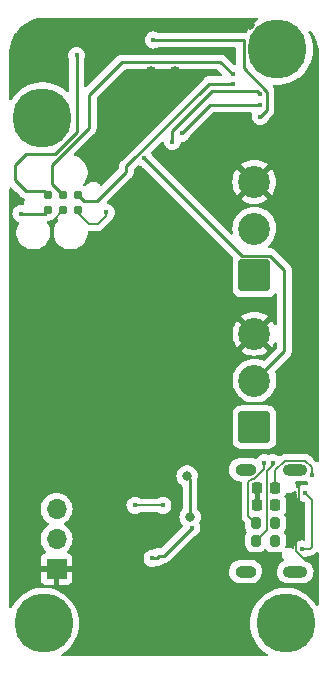
<source format=gbl>
G04 #@! TF.GenerationSoftware,KiCad,Pcbnew,7.0.9+1*
G04 #@! TF.CreationDate,2024-01-15T22:22:16-05:00*
G04 #@! TF.ProjectId,2812-32-mini,32383132-2d33-4322-9d6d-696e692e6b69,rev?*
G04 #@! TF.SameCoordinates,Original*
G04 #@! TF.FileFunction,Copper,L2,Bot*
G04 #@! TF.FilePolarity,Positive*
%FSLAX46Y46*%
G04 Gerber Fmt 4.6, Leading zero omitted, Abs format (unit mm)*
G04 Created by KiCad (PCBNEW 7.0.9+1) date 2024-01-15 22:22:16*
%MOMM*%
%LPD*%
G01*
G04 APERTURE LIST*
G04 Aperture macros list*
%AMRoundRect*
0 Rectangle with rounded corners*
0 $1 Rounding radius*
0 $2 $3 $4 $5 $6 $7 $8 $9 X,Y pos of 4 corners*
0 Add a 4 corners polygon primitive as box body*
4,1,4,$2,$3,$4,$5,$6,$7,$8,$9,$2,$3,0*
0 Add four circle primitives for the rounded corners*
1,1,$1+$1,$2,$3*
1,1,$1+$1,$4,$5*
1,1,$1+$1,$6,$7*
1,1,$1+$1,$8,$9*
0 Add four rect primitives between the rounded corners*
20,1,$1+$1,$2,$3,$4,$5,0*
20,1,$1+$1,$4,$5,$6,$7,0*
20,1,$1+$1,$6,$7,$8,$9,0*
20,1,$1+$1,$8,$9,$2,$3,0*%
G04 Aperture macros list end*
G04 #@! TA.AperFunction,ComponentPad*
%ADD10C,5.000000*%
G04 #@! TD*
G04 #@! TA.AperFunction,ComponentPad*
%ADD11RoundRect,0.250001X1.099999X-1.099999X1.099999X1.099999X-1.099999X1.099999X-1.099999X-1.099999X0*%
G04 #@! TD*
G04 #@! TA.AperFunction,ComponentPad*
%ADD12C,2.700000*%
G04 #@! TD*
G04 #@! TA.AperFunction,ComponentPad*
%ADD13O,2.100000X1.000000*%
G04 #@! TD*
G04 #@! TA.AperFunction,ComponentPad*
%ADD14O,1.800000X1.000000*%
G04 #@! TD*
G04 #@! TA.AperFunction,ComponentPad*
%ADD15R,1.700000X1.700000*%
G04 #@! TD*
G04 #@! TA.AperFunction,ComponentPad*
%ADD16O,1.700000X1.700000*%
G04 #@! TD*
G04 #@! TA.AperFunction,SMDPad,CuDef*
%ADD17RoundRect,0.225000X0.225000X0.250000X-0.225000X0.250000X-0.225000X-0.250000X0.225000X-0.250000X0*%
G04 #@! TD*
G04 #@! TA.AperFunction,SMDPad,CuDef*
%ADD18RoundRect,0.200000X0.200000X0.275000X-0.200000X0.275000X-0.200000X-0.275000X0.200000X-0.275000X0*%
G04 #@! TD*
G04 #@! TA.AperFunction,ConnectorPad*
%ADD19C,0.787400*%
G04 #@! TD*
G04 #@! TA.AperFunction,ViaPad*
%ADD20C,0.800000*%
G04 #@! TD*
G04 #@! TA.AperFunction,ViaPad*
%ADD21C,1.000000*%
G04 #@! TD*
G04 #@! TA.AperFunction,ViaPad*
%ADD22C,0.450000*%
G04 #@! TD*
G04 #@! TA.AperFunction,Conductor*
%ADD23C,0.127000*%
G04 #@! TD*
G04 #@! TA.AperFunction,Conductor*
%ADD24C,0.250000*%
G04 #@! TD*
G04 APERTURE END LIST*
D10*
X79800000Y-26500000D03*
X99700000Y-20700000D03*
X79900000Y-69300000D03*
D11*
X97750000Y-39837500D03*
D12*
X97750000Y-35877500D03*
X97750000Y-31917500D03*
D11*
X97760000Y-52700000D03*
D12*
X97760000Y-48740000D03*
X97760000Y-44780000D03*
D13*
X101210000Y-56280000D03*
D14*
X97010000Y-56280000D03*
D13*
X101210000Y-64920000D03*
D14*
X97010000Y-64920000D03*
D10*
X100400000Y-69300000D03*
D15*
X81000000Y-64680000D03*
D16*
X81000000Y-62140000D03*
X81000000Y-59600000D03*
D17*
X99500000Y-59300000D03*
X97950000Y-59300000D03*
D18*
X99500000Y-62300000D03*
X97850000Y-62300000D03*
D19*
X80295000Y-33025000D03*
X80295000Y-34295000D03*
X81565000Y-33025000D03*
X81565000Y-34295000D03*
X82835000Y-33025000D03*
X82835000Y-34295000D03*
D18*
X99500000Y-60800000D03*
X97850000Y-60800000D03*
D17*
X99500000Y-57800000D03*
X97950000Y-57800000D03*
D20*
X97350000Y-18630000D03*
D21*
X89000000Y-22600000D03*
D22*
X102600000Y-64000000D03*
X93450000Y-58300000D03*
X98255000Y-27400000D03*
D21*
X87400000Y-50500000D03*
D22*
X101810000Y-57400000D03*
D20*
X95950000Y-28540000D03*
D21*
X89100000Y-24500000D03*
D20*
X84070000Y-28480000D03*
D21*
X84470000Y-41520000D03*
D22*
X83400000Y-59400000D03*
X85450000Y-63450000D03*
X97950000Y-57800000D03*
X93640000Y-62420000D03*
D21*
X87400000Y-54000000D03*
X91000000Y-24500000D03*
X91000000Y-22600000D03*
D22*
X77475000Y-20625000D03*
X99500000Y-60800000D03*
X102636500Y-56700000D03*
X99500000Y-59300000D03*
X99500000Y-62300000D03*
D20*
X92050000Y-56825000D03*
X92304017Y-60286860D03*
D22*
X90000000Y-59300000D03*
X87650000Y-59300000D03*
X98600000Y-55700000D03*
X99300000Y-55700000D03*
X98255000Y-26400000D03*
X89200000Y-19900000D03*
X78000000Y-34600000D03*
X82700000Y-21200000D03*
X88400000Y-29900000D03*
X95900000Y-22800000D03*
X95900000Y-23600000D03*
X85200000Y-34500000D03*
X98255000Y-25400000D03*
X91600000Y-27800000D03*
X90800000Y-28500000D03*
X98255000Y-24500000D03*
X101810000Y-63000000D03*
X102046500Y-58275498D03*
X92449635Y-61200000D03*
X89100000Y-63800000D03*
D23*
X101553000Y-58794000D02*
X101283500Y-59063500D01*
X101810000Y-57400000D02*
X101553000Y-57657000D01*
X102110000Y-64000000D02*
X102600000Y-64000000D01*
X101283500Y-59063500D02*
X101283500Y-63173500D01*
X101283500Y-63173500D02*
X102110000Y-64000000D01*
X81565000Y-34295000D02*
X80670000Y-35190000D01*
X80670000Y-35190000D02*
X80670000Y-35300000D01*
X101553000Y-57657000D02*
X101553000Y-58794000D01*
X99500000Y-57800000D02*
X99510000Y-57800000D01*
X100343748Y-55516500D02*
X102076252Y-55516500D01*
X99520000Y-56340248D02*
X100343748Y-55516500D01*
X99520000Y-57810000D02*
X99520000Y-56340248D01*
X102636500Y-56076748D02*
X102636500Y-56700000D01*
X102076252Y-55516500D02*
X102636500Y-56076748D01*
X99510000Y-57800000D02*
X99520000Y-57810000D01*
D24*
X92304017Y-60286860D02*
X92304017Y-57079017D01*
X92304017Y-57079017D02*
X92050000Y-56825000D01*
D23*
X87650000Y-59300000D02*
X90000000Y-59300000D01*
D24*
X97010000Y-64920000D02*
X96921000Y-64831000D01*
X96921000Y-56369000D02*
X97010000Y-56280000D01*
D23*
X97738500Y-57061500D02*
X98600000Y-56200000D01*
X98600000Y-56200000D02*
X98600000Y-55700000D01*
X97850000Y-60800000D02*
X97236500Y-60186500D01*
X97236500Y-60186500D02*
X97236500Y-57341422D01*
X97236500Y-57341422D02*
X97516422Y-57061500D01*
X97516422Y-57061500D02*
X97738500Y-57061500D01*
X97850000Y-62300000D02*
X98786500Y-61363500D01*
X98786500Y-61363500D02*
X98786500Y-56372710D01*
X99300000Y-55859210D02*
X99300000Y-55700000D01*
X98786500Y-56372710D02*
X99300000Y-55859210D01*
D24*
X79990000Y-34600000D02*
X78000000Y-34600000D01*
X98255000Y-26400000D02*
X98810000Y-25845000D01*
X98810000Y-25845000D02*
X98810000Y-24270111D01*
X96830000Y-19900000D02*
X89200000Y-19900000D01*
X96830000Y-22290111D02*
X96830000Y-19900000D01*
X98810000Y-24270111D02*
X96830000Y-22290111D01*
X80295000Y-34295000D02*
X79990000Y-34600000D01*
X77458550Y-31768845D02*
X78376155Y-32686450D01*
X78376155Y-32686450D02*
X79956450Y-32686450D01*
X82700000Y-27700000D02*
X80846450Y-29553550D01*
X79956450Y-32686450D02*
X80295000Y-33025000D01*
X82700000Y-21200000D02*
X82700000Y-27700000D01*
X78376155Y-29553550D02*
X77458550Y-30471155D01*
X77458550Y-30471155D02*
X77458550Y-31768845D01*
X80846450Y-29553550D02*
X78376155Y-29553550D01*
X100300000Y-46220000D02*
X100300000Y-39367400D01*
X97750000Y-48770000D02*
X100300000Y-46220000D01*
X100300000Y-39367400D02*
X99095100Y-38162500D01*
X99095100Y-38162500D02*
X96662500Y-38162500D01*
X96662500Y-38162500D02*
X88400000Y-29900000D01*
X80633550Y-32093550D02*
X80633550Y-30471155D01*
X94875000Y-21775000D02*
X95900000Y-22800000D01*
X83766450Y-27338255D02*
X83766450Y-24548661D01*
X83766450Y-24548661D02*
X86540111Y-21775000D01*
X80633550Y-30471155D02*
X83766450Y-27338255D01*
X81565000Y-33025000D02*
X80633550Y-32093550D01*
X86540111Y-21775000D02*
X94875000Y-21775000D01*
X93915111Y-23600000D02*
X95900000Y-23600000D01*
X83328300Y-33518300D02*
X84467147Y-33518300D01*
X84467147Y-33518300D02*
X86900000Y-31085447D01*
X86900000Y-31085447D02*
X86900000Y-30615111D01*
X86900000Y-30615111D02*
X93915111Y-23600000D01*
X82835000Y-33025000D02*
X83328300Y-33518300D01*
D23*
X85200000Y-34800000D02*
X85200000Y-34500000D01*
X83768327Y-35488800D02*
X84511200Y-35488800D01*
X84511200Y-35488800D02*
X85200000Y-34800000D01*
X82835000Y-34295000D02*
X82835000Y-34555473D01*
X82835000Y-34555473D02*
X83768327Y-35488800D01*
D24*
X98255000Y-25400000D02*
X94000000Y-25400000D01*
X94000000Y-25400000D02*
X91600000Y-27800000D01*
X98255000Y-24500000D02*
X97955000Y-24200000D01*
X97955000Y-24200000D02*
X94200000Y-24200000D01*
X94200000Y-24200000D02*
X90800000Y-27600000D01*
X90800000Y-27600000D02*
X90800000Y-28500000D01*
D23*
X102046500Y-58275498D02*
X102636500Y-58865498D01*
X102636500Y-58865498D02*
X102636500Y-62810000D01*
X102446500Y-63000000D02*
X101810000Y-63000000D01*
X102636500Y-62810000D02*
X102446500Y-63000000D01*
D24*
X89100000Y-63800000D02*
X89550000Y-63800000D01*
X89550000Y-63800000D02*
X89550000Y-63558705D01*
X89550000Y-63558705D02*
X90090930Y-63558705D01*
X90090930Y-63558705D02*
X92449635Y-61200000D01*
G04 #@! TA.AperFunction,Conductor*
G36*
X102538983Y-19130308D02*
G01*
X102549779Y-19142016D01*
X102585480Y-19186102D01*
X102587862Y-19189243D01*
X102680019Y-19319127D01*
X102733758Y-19401875D01*
X102768106Y-19454767D01*
X102770364Y-19458531D01*
X102847488Y-19598078D01*
X102920604Y-19741575D01*
X102922643Y-19745997D01*
X102983877Y-19893829D01*
X103041221Y-20043217D01*
X103042916Y-20048273D01*
X103087579Y-20203297D01*
X103128541Y-20356171D01*
X103129778Y-20361835D01*
X103157394Y-20524369D01*
X103181530Y-20676758D01*
X103182196Y-20682985D01*
X103192509Y-20866617D01*
X103199415Y-20998377D01*
X103199500Y-21001623D01*
X103199500Y-55542769D01*
X103179815Y-55609808D01*
X103127011Y-55655563D01*
X103057853Y-55665507D01*
X102994297Y-55636482D01*
X102987819Y-55630450D01*
X102750452Y-55393083D01*
X102504069Y-55146700D01*
X102498729Y-55140610D01*
X102478502Y-55114250D01*
X102448920Y-55091551D01*
X102360686Y-55023847D01*
X102263668Y-54983661D01*
X102223486Y-54967017D01*
X102113220Y-54952500D01*
X102094736Y-54950066D01*
X102076253Y-54947633D01*
X102076252Y-54947633D01*
X102043315Y-54951969D01*
X102035218Y-54952500D01*
X100384789Y-54952500D01*
X100376690Y-54951969D01*
X100343748Y-54947632D01*
X100343747Y-54947632D01*
X100310806Y-54951969D01*
X100213621Y-54964764D01*
X100202216Y-54966266D01*
X100196513Y-54967017D01*
X100156328Y-54983661D01*
X100059317Y-55023844D01*
X100059314Y-55023846D01*
X99971080Y-55091551D01*
X99941497Y-55114249D01*
X99941496Y-55114251D01*
X99940194Y-55115948D01*
X99938733Y-55117014D01*
X99935756Y-55119992D01*
X99935291Y-55119527D01*
X99883763Y-55157145D01*
X99814016Y-55161293D01*
X99761642Y-55132285D01*
X99760647Y-55133533D01*
X99755204Y-55129192D01*
X99616774Y-55042210D01*
X99462455Y-54988212D01*
X99300004Y-54969909D01*
X99299996Y-54969909D01*
X99137544Y-54988212D01*
X98990954Y-55039506D01*
X98921175Y-55043067D01*
X98909046Y-55039506D01*
X98762455Y-54988212D01*
X98600004Y-54969909D01*
X98599996Y-54969909D01*
X98437544Y-54988212D01*
X98283225Y-55042210D01*
X98144795Y-55129192D01*
X98029192Y-55244795D01*
X97980610Y-55322114D01*
X97928275Y-55368405D01*
X97859222Y-55379053D01*
X97826716Y-55370093D01*
X97711058Y-55320460D01*
X97511741Y-55279500D01*
X96559258Y-55279500D01*
X96559257Y-55279500D01*
X96407560Y-55294925D01*
X96213420Y-55355837D01*
X96213405Y-55355844D01*
X96035500Y-55454589D01*
X96035495Y-55454592D01*
X95881106Y-55587132D01*
X95881104Y-55587134D01*
X95756554Y-55748037D01*
X95756553Y-55748040D01*
X95666940Y-55930728D01*
X95615937Y-56127714D01*
X95605631Y-56330936D01*
X95636442Y-56532063D01*
X95636445Y-56532075D01*
X95707111Y-56722881D01*
X95707115Y-56722888D01*
X95814745Y-56895567D01*
X95814749Y-56895572D01*
X95926869Y-57013522D01*
X95954941Y-57043053D01*
X96083344Y-57132424D01*
X96121949Y-57159294D01*
X96121950Y-57159294D01*
X96121951Y-57159295D01*
X96308942Y-57239540D01*
X96508259Y-57280500D01*
X96548500Y-57280500D01*
X96615539Y-57300185D01*
X96661294Y-57352989D01*
X96672500Y-57404500D01*
X96672500Y-60145463D01*
X96671969Y-60153564D01*
X96667633Y-60186498D01*
X96667633Y-60186500D01*
X96679350Y-60275499D01*
X96687017Y-60333732D01*
X96687017Y-60333734D01*
X96743847Y-60470934D01*
X96834249Y-60588749D01*
X96834250Y-60588750D01*
X96860610Y-60608977D01*
X96866700Y-60614317D01*
X96890876Y-60638493D01*
X96913181Y-60660798D01*
X96946666Y-60722121D01*
X96949500Y-60748479D01*
X96949500Y-61131613D01*
X96955913Y-61202192D01*
X97006522Y-61364606D01*
X97079817Y-61485850D01*
X97097653Y-61553405D01*
X97079817Y-61614150D01*
X97006522Y-61735393D01*
X96955913Y-61897807D01*
X96949500Y-61968386D01*
X96949500Y-62631613D01*
X96955913Y-62702192D01*
X96955913Y-62702194D01*
X96955914Y-62702196D01*
X97006522Y-62864606D01*
X97092130Y-63006219D01*
X97094530Y-63010188D01*
X97214811Y-63130469D01*
X97214813Y-63130470D01*
X97214815Y-63130472D01*
X97360394Y-63218478D01*
X97522804Y-63269086D01*
X97593384Y-63275500D01*
X97593387Y-63275500D01*
X98106613Y-63275500D01*
X98106616Y-63275500D01*
X98177196Y-63269086D01*
X98339606Y-63218478D01*
X98485185Y-63130472D01*
X98536108Y-63079549D01*
X98587319Y-63028339D01*
X98648642Y-62994854D01*
X98718334Y-62999838D01*
X98762681Y-63028339D01*
X98864811Y-63130469D01*
X98864813Y-63130470D01*
X98864815Y-63130472D01*
X99010394Y-63218478D01*
X99172804Y-63269086D01*
X99243384Y-63275500D01*
X99243387Y-63275500D01*
X99756613Y-63275500D01*
X99756616Y-63275500D01*
X99827196Y-63269086D01*
X99966801Y-63225583D01*
X100036659Y-63224432D01*
X100096051Y-63261233D01*
X100126119Y-63324302D01*
X100126628Y-63360154D01*
X100109534Y-63489998D01*
X100109534Y-63490000D01*
X100129312Y-63640234D01*
X100129313Y-63640236D01*
X100187300Y-63780230D01*
X100187302Y-63780233D01*
X100238505Y-63846962D01*
X100263699Y-63912131D01*
X100249661Y-63980576D01*
X100200847Y-64030565D01*
X100200307Y-64030867D01*
X100085496Y-64094592D01*
X100085495Y-64094592D01*
X99931106Y-64227132D01*
X99931104Y-64227134D01*
X99806554Y-64388037D01*
X99806553Y-64388040D01*
X99716940Y-64570728D01*
X99665937Y-64767714D01*
X99655631Y-64970936D01*
X99686442Y-65172063D01*
X99686445Y-65172075D01*
X99757111Y-65362881D01*
X99757115Y-65362888D01*
X99864745Y-65535567D01*
X99864747Y-65535569D01*
X99864748Y-65535571D01*
X100004941Y-65683053D01*
X100132859Y-65772086D01*
X100171949Y-65799294D01*
X100171950Y-65799294D01*
X100171951Y-65799295D01*
X100358942Y-65879540D01*
X100558259Y-65920500D01*
X101810743Y-65920500D01*
X101962439Y-65905074D01*
X102156579Y-65844162D01*
X102156580Y-65844161D01*
X102156588Y-65844159D01*
X102334502Y-65745409D01*
X102488895Y-65612866D01*
X102613448Y-65451958D01*
X102703060Y-65269271D01*
X102754063Y-65072285D01*
X102764369Y-64869064D01*
X102733556Y-64667929D01*
X102662886Y-64477113D01*
X102555252Y-64304429D01*
X102469155Y-64213856D01*
X102415061Y-64156949D01*
X102415060Y-64156948D01*
X102415059Y-64156947D01*
X102305358Y-64080593D01*
X102248050Y-64040705D01*
X102061056Y-63960459D01*
X101997005Y-63947297D01*
X101935300Y-63914520D01*
X101901111Y-63853587D01*
X101905293Y-63783842D01*
X101946517Y-63727430D01*
X101981007Y-63708795D01*
X102126775Y-63657789D01*
X102245791Y-63583005D01*
X102311763Y-63564000D01*
X102405466Y-63564000D01*
X102413563Y-63564530D01*
X102446500Y-63568867D01*
X102446501Y-63568867D01*
X102461844Y-63566846D01*
X102593734Y-63549483D01*
X102730933Y-63492653D01*
X102819168Y-63424949D01*
X102819168Y-63424948D01*
X102842106Y-63407348D01*
X102842106Y-63407347D01*
X102848750Y-63402250D01*
X102868976Y-63375888D01*
X102874312Y-63369803D01*
X102987821Y-63256294D01*
X103049142Y-63222812D01*
X103118834Y-63227796D01*
X103174767Y-63269668D01*
X103199184Y-63335133D01*
X103199500Y-63343978D01*
X103199500Y-67685101D01*
X103179815Y-67752140D01*
X103127011Y-67797895D01*
X103057853Y-67807839D01*
X102994297Y-67778814D01*
X102968113Y-67747101D01*
X102911129Y-67648402D01*
X102702415Y-67368050D01*
X102702410Y-67368044D01*
X102586433Y-67245117D01*
X102462558Y-67113817D01*
X102314488Y-66989572D01*
X102194813Y-66889152D01*
X102194805Y-66889146D01*
X101902796Y-66697088D01*
X101590458Y-66540226D01*
X101590452Y-66540223D01*
X101262012Y-66420681D01*
X101262009Y-66420680D01*
X100921915Y-66340077D01*
X100878519Y-66335004D01*
X100574759Y-66299500D01*
X100225241Y-66299500D01*
X99921480Y-66335004D01*
X99878085Y-66340077D01*
X99878083Y-66340077D01*
X99537990Y-66420680D01*
X99537987Y-66420681D01*
X99209547Y-66540223D01*
X99209541Y-66540226D01*
X98897203Y-66697088D01*
X98605194Y-66889146D01*
X98605186Y-66889152D01*
X98337442Y-67113817D01*
X98337440Y-67113819D01*
X98097589Y-67368044D01*
X98097584Y-67368050D01*
X97888870Y-67648402D01*
X97714113Y-67951091D01*
X97714107Y-67951104D01*
X97575674Y-68272027D01*
X97475430Y-68606865D01*
X97475428Y-68606872D01*
X97414739Y-68951061D01*
X97414738Y-68951072D01*
X97394415Y-69299996D01*
X97394415Y-69300003D01*
X97414738Y-69648927D01*
X97414739Y-69648938D01*
X97475428Y-69993127D01*
X97475430Y-69993134D01*
X97575674Y-70327972D01*
X97714107Y-70648895D01*
X97714113Y-70648908D01*
X97888870Y-70951597D01*
X98097584Y-71231949D01*
X98097589Y-71231955D01*
X98221463Y-71363253D01*
X98337442Y-71486183D01*
X98513903Y-71634251D01*
X98605186Y-71710847D01*
X98605194Y-71710853D01*
X98850053Y-71871900D01*
X98895247Y-71925185D01*
X98904458Y-71994444D01*
X98874763Y-72057690D01*
X98815588Y-72094840D01*
X98781914Y-72099500D01*
X81518086Y-72099500D01*
X81451047Y-72079815D01*
X81405292Y-72027011D01*
X81395348Y-71957853D01*
X81424373Y-71894297D01*
X81449947Y-71871900D01*
X81694805Y-71710853D01*
X81694805Y-71710852D01*
X81694811Y-71710849D01*
X81962558Y-71486183D01*
X82202412Y-71231953D01*
X82411130Y-70951596D01*
X82585889Y-70648904D01*
X82724326Y-70327971D01*
X82824569Y-69993136D01*
X82885262Y-69648927D01*
X82905585Y-69300000D01*
X82885262Y-68951073D01*
X82885260Y-68951061D01*
X82824571Y-68606872D01*
X82824569Y-68606865D01*
X82724325Y-68272027D01*
X82700500Y-68216794D01*
X82585889Y-67951096D01*
X82411130Y-67648404D01*
X82411129Y-67648402D01*
X82202415Y-67368050D01*
X82202410Y-67368044D01*
X82086433Y-67245117D01*
X81962558Y-67113817D01*
X81814488Y-66989572D01*
X81694813Y-66889152D01*
X81694805Y-66889146D01*
X81402796Y-66697088D01*
X81090458Y-66540226D01*
X81090452Y-66540223D01*
X80762012Y-66420681D01*
X80762009Y-66420680D01*
X80421915Y-66340077D01*
X80378519Y-66335004D01*
X80074759Y-66299500D01*
X79725241Y-66299500D01*
X79421480Y-66335004D01*
X79378085Y-66340077D01*
X79378083Y-66340077D01*
X79037990Y-66420680D01*
X79037987Y-66420681D01*
X78709547Y-66540223D01*
X78709541Y-66540226D01*
X78397203Y-66697088D01*
X78105194Y-66889146D01*
X78105186Y-66889152D01*
X77837442Y-67113817D01*
X77837440Y-67113819D01*
X77597589Y-67368044D01*
X77597584Y-67368050D01*
X77388870Y-67648402D01*
X77231887Y-67920307D01*
X77181320Y-67968523D01*
X77112713Y-67981746D01*
X77047848Y-67955778D01*
X77007320Y-67898864D01*
X77000500Y-67858307D01*
X77000500Y-62140000D01*
X79644341Y-62140000D01*
X79664936Y-62375403D01*
X79664938Y-62375413D01*
X79726094Y-62603655D01*
X79726096Y-62603659D01*
X79726097Y-62603663D01*
X79772044Y-62702196D01*
X79825965Y-62817830D01*
X79825967Y-62817834D01*
X79923577Y-62957234D01*
X79961501Y-63011396D01*
X79961506Y-63011402D01*
X80083818Y-63133714D01*
X80117303Y-63195037D01*
X80112319Y-63264729D01*
X80070447Y-63320662D01*
X80039471Y-63337577D01*
X79907912Y-63386646D01*
X79907906Y-63386649D01*
X79792812Y-63472809D01*
X79792809Y-63472812D01*
X79706649Y-63587906D01*
X79706645Y-63587913D01*
X79656403Y-63722620D01*
X79656401Y-63722627D01*
X79650000Y-63782155D01*
X79650000Y-64430000D01*
X80566314Y-64430000D01*
X80540507Y-64470156D01*
X80500000Y-64608111D01*
X80500000Y-64751889D01*
X80540507Y-64889844D01*
X80566314Y-64930000D01*
X79650000Y-64930000D01*
X79650000Y-65577844D01*
X79656401Y-65637372D01*
X79656403Y-65637379D01*
X79706645Y-65772086D01*
X79706649Y-65772093D01*
X79792809Y-65887187D01*
X79792812Y-65887190D01*
X79907906Y-65973350D01*
X79907913Y-65973354D01*
X80042620Y-66023596D01*
X80042627Y-66023598D01*
X80102155Y-66029999D01*
X80102172Y-66030000D01*
X80750000Y-66030000D01*
X80750000Y-65115501D01*
X80857685Y-65164680D01*
X80964237Y-65180000D01*
X81035763Y-65180000D01*
X81142315Y-65164680D01*
X81250000Y-65115501D01*
X81250000Y-66030000D01*
X81897828Y-66030000D01*
X81897844Y-66029999D01*
X81957372Y-66023598D01*
X81957379Y-66023596D01*
X82092086Y-65973354D01*
X82092093Y-65973350D01*
X82207187Y-65887190D01*
X82207190Y-65887187D01*
X82293350Y-65772093D01*
X82293354Y-65772086D01*
X82343596Y-65637379D01*
X82343598Y-65637372D01*
X82349999Y-65577844D01*
X82350000Y-65577827D01*
X82350000Y-64970936D01*
X95605631Y-64970936D01*
X95636442Y-65172063D01*
X95636445Y-65172075D01*
X95707111Y-65362881D01*
X95707115Y-65362888D01*
X95814745Y-65535567D01*
X95814747Y-65535569D01*
X95814748Y-65535571D01*
X95954941Y-65683053D01*
X96082859Y-65772086D01*
X96121949Y-65799294D01*
X96121950Y-65799294D01*
X96121951Y-65799295D01*
X96308942Y-65879540D01*
X96508259Y-65920500D01*
X97460743Y-65920500D01*
X97612439Y-65905074D01*
X97806579Y-65844162D01*
X97806580Y-65844161D01*
X97806588Y-65844159D01*
X97984502Y-65745409D01*
X98138895Y-65612866D01*
X98263448Y-65451958D01*
X98353060Y-65269271D01*
X98404063Y-65072285D01*
X98414369Y-64869064D01*
X98383556Y-64667929D01*
X98312886Y-64477113D01*
X98205252Y-64304429D01*
X98119155Y-64213856D01*
X98065061Y-64156949D01*
X98065060Y-64156948D01*
X98065059Y-64156947D01*
X97955358Y-64080593D01*
X97898050Y-64040705D01*
X97711056Y-63960459D01*
X97511741Y-63919500D01*
X96559258Y-63919500D01*
X96559257Y-63919500D01*
X96407560Y-63934925D01*
X96213420Y-63995837D01*
X96213405Y-63995844D01*
X96035500Y-64094589D01*
X96035495Y-64094592D01*
X95881106Y-64227132D01*
X95881104Y-64227134D01*
X95756554Y-64388037D01*
X95756553Y-64388040D01*
X95666940Y-64570728D01*
X95615937Y-64767714D01*
X95605631Y-64970936D01*
X82350000Y-64970936D01*
X82350000Y-64930000D01*
X81433686Y-64930000D01*
X81459493Y-64889844D01*
X81500000Y-64751889D01*
X81500000Y-64608111D01*
X81459493Y-64470156D01*
X81433686Y-64430000D01*
X82350000Y-64430000D01*
X82350000Y-63800003D01*
X88369909Y-63800003D01*
X88388212Y-63962455D01*
X88442210Y-64116774D01*
X88484580Y-64184205D01*
X88529192Y-64255204D01*
X88644796Y-64370808D01*
X88783225Y-64457789D01*
X88937539Y-64511786D01*
X88937542Y-64511786D01*
X88937544Y-64511787D01*
X89099996Y-64530091D01*
X89100000Y-64530091D01*
X89100004Y-64530091D01*
X89262457Y-64511787D01*
X89262459Y-64511786D01*
X89262461Y-64511786D01*
X89416775Y-64457789D01*
X89432760Y-64447744D01*
X89499995Y-64428743D01*
X89506521Y-64428982D01*
X89510403Y-64429225D01*
X89510412Y-64429227D01*
X89567724Y-64425621D01*
X89571597Y-64425500D01*
X89589342Y-64425500D01*
X89589350Y-64425500D01*
X89606990Y-64423271D01*
X89610807Y-64422910D01*
X89668138Y-64419304D01*
X89675905Y-64416780D01*
X89698680Y-64411688D01*
X89706792Y-64410664D01*
X89760195Y-64389519D01*
X89763835Y-64388209D01*
X89818441Y-64370467D01*
X89825337Y-64366090D01*
X89846133Y-64355494D01*
X89853732Y-64352486D01*
X89900191Y-64318730D01*
X89903390Y-64316555D01*
X89951877Y-64285786D01*
X89957466Y-64279833D01*
X89974979Y-64264394D01*
X89981587Y-64259594D01*
X90006751Y-64229174D01*
X90064648Y-64190069D01*
X90098550Y-64184273D01*
X90099078Y-64184257D01*
X90100822Y-64184205D01*
X90130277Y-64184205D01*
X90130280Y-64184205D01*
X90137158Y-64183335D01*
X90142971Y-64182877D01*
X90189557Y-64181414D01*
X90208799Y-64175822D01*
X90227842Y-64171879D01*
X90247722Y-64169369D01*
X90291052Y-64152212D01*
X90296576Y-64150322D01*
X90300326Y-64149232D01*
X90341320Y-64137323D01*
X90358559Y-64127127D01*
X90376033Y-64118567D01*
X90394657Y-64111193D01*
X90394657Y-64111192D01*
X90394662Y-64111191D01*
X90432379Y-64083787D01*
X90437235Y-64080597D01*
X90477350Y-64056875D01*
X90491519Y-64042704D01*
X90506309Y-64030073D01*
X90522517Y-64018299D01*
X90552229Y-63982381D01*
X90556142Y-63978081D01*
X92607994Y-61926229D01*
X92654718Y-61896871D01*
X92766410Y-61857789D01*
X92904839Y-61770808D01*
X93020443Y-61655204D01*
X93107424Y-61516775D01*
X93161421Y-61362461D01*
X93179726Y-61200000D01*
X93172021Y-61131613D01*
X93161422Y-61037542D01*
X93155853Y-61021628D01*
X93107424Y-60883225D01*
X93090937Y-60856987D01*
X93071937Y-60789753D01*
X93088543Y-60729019D01*
X93131196Y-60655144D01*
X93189691Y-60475116D01*
X93209477Y-60286860D01*
X93189691Y-60098604D01*
X93131196Y-59918576D01*
X93036550Y-59754644D01*
X92961367Y-59671144D01*
X92931137Y-59608152D01*
X92929517Y-59588172D01*
X92929517Y-57161754D01*
X92931241Y-57146140D01*
X92930955Y-57146113D01*
X92931689Y-57138350D01*
X92929517Y-57069220D01*
X92929517Y-57051845D01*
X92934611Y-57019679D01*
X92934322Y-57019618D01*
X92935497Y-57014086D01*
X92935586Y-57013525D01*
X92935674Y-57013256D01*
X92955460Y-56825000D01*
X92935674Y-56636744D01*
X92877179Y-56456716D01*
X92782533Y-56292784D01*
X92655871Y-56152112D01*
X92655870Y-56152111D01*
X92502734Y-56040851D01*
X92502729Y-56040848D01*
X92329807Y-55963857D01*
X92329802Y-55963855D01*
X92173951Y-55930729D01*
X92144646Y-55924500D01*
X91955354Y-55924500D01*
X91931765Y-55929514D01*
X91770197Y-55963855D01*
X91770192Y-55963857D01*
X91597270Y-56040848D01*
X91597265Y-56040851D01*
X91444129Y-56152111D01*
X91317466Y-56292785D01*
X91222821Y-56456715D01*
X91222818Y-56456722D01*
X91164327Y-56636740D01*
X91164326Y-56636744D01*
X91144540Y-56825000D01*
X91164326Y-57013256D01*
X91164327Y-57013259D01*
X91222818Y-57193277D01*
X91222821Y-57193284D01*
X91317467Y-57357216D01*
X91386755Y-57434168D01*
X91444129Y-57497888D01*
X91597268Y-57609150D01*
X91597273Y-57609153D01*
X91604948Y-57612570D01*
X91658187Y-57657818D01*
X91678511Y-57724666D01*
X91678517Y-57725851D01*
X91678517Y-59588172D01*
X91658832Y-59655211D01*
X91646667Y-59671144D01*
X91571483Y-59754644D01*
X91476838Y-59918575D01*
X91476835Y-59918582D01*
X91418344Y-60098600D01*
X91418343Y-60098604D01*
X91398557Y-60286860D01*
X91418343Y-60475116D01*
X91418344Y-60475119D01*
X91476835Y-60655137D01*
X91476837Y-60655142D01*
X91476838Y-60655144D01*
X91571484Y-60819076D01*
X91605621Y-60856989D01*
X91670175Y-60928684D01*
X91700405Y-60991676D01*
X91691780Y-61061011D01*
X91665706Y-61099337D01*
X89868158Y-62896886D01*
X89806835Y-62930371D01*
X89780477Y-62933205D01*
X89620847Y-62933205D01*
X89597615Y-62931009D01*
X89589588Y-62929478D01*
X89589586Y-62929478D01*
X89580633Y-62930041D01*
X89532275Y-62933083D01*
X89528403Y-62933205D01*
X89510643Y-62933205D01*
X89493032Y-62935430D01*
X89489164Y-62935795D01*
X89457375Y-62937795D01*
X89431859Y-62939401D01*
X89424085Y-62941927D01*
X89401320Y-62947015D01*
X89393218Y-62948038D01*
X89393205Y-62948042D01*
X89339810Y-62969182D01*
X89336154Y-62970497D01*
X89284440Y-62987302D01*
X89281556Y-62988239D01*
X89274652Y-62992620D01*
X89253880Y-63003204D01*
X89246273Y-63006216D01*
X89246263Y-63006222D01*
X89199815Y-63039968D01*
X89196596Y-63042155D01*
X89181798Y-63051547D01*
X89114648Y-63070852D01*
X89101466Y-63070074D01*
X89100002Y-63069909D01*
X89099996Y-63069909D01*
X88937544Y-63088212D01*
X88783225Y-63142210D01*
X88644795Y-63229192D01*
X88529192Y-63344795D01*
X88442210Y-63483225D01*
X88388212Y-63637544D01*
X88369909Y-63799996D01*
X88369909Y-63800003D01*
X82350000Y-63800003D01*
X82350000Y-63782172D01*
X82349999Y-63782155D01*
X82343598Y-63722627D01*
X82343596Y-63722620D01*
X82293354Y-63587913D01*
X82293350Y-63587906D01*
X82207190Y-63472812D01*
X82207187Y-63472809D01*
X82092093Y-63386649D01*
X82092088Y-63386646D01*
X81960528Y-63337577D01*
X81904595Y-63295705D01*
X81880178Y-63230241D01*
X81895030Y-63161968D01*
X81916175Y-63133720D01*
X82038495Y-63011401D01*
X82174035Y-62817830D01*
X82273903Y-62603663D01*
X82335063Y-62375408D01*
X82355659Y-62140000D01*
X82335063Y-61904592D01*
X82273903Y-61676337D01*
X82174035Y-61462171D01*
X82105719Y-61364604D01*
X82038494Y-61268597D01*
X81871402Y-61101506D01*
X81871396Y-61101501D01*
X81685842Y-60971575D01*
X81642217Y-60916998D01*
X81635023Y-60847500D01*
X81666546Y-60785145D01*
X81685842Y-60768425D01*
X81714328Y-60748479D01*
X81871401Y-60638495D01*
X82038495Y-60471401D01*
X82174035Y-60277830D01*
X82273903Y-60063663D01*
X82335063Y-59835408D01*
X82355659Y-59600000D01*
X82335063Y-59364592D01*
X82317757Y-59300003D01*
X86919909Y-59300003D01*
X86938212Y-59462455D01*
X86992210Y-59616774D01*
X87016362Y-59655211D01*
X87079192Y-59755204D01*
X87194796Y-59870808D01*
X87333225Y-59957789D01*
X87487539Y-60011786D01*
X87487542Y-60011786D01*
X87487544Y-60011787D01*
X87649996Y-60030091D01*
X87650000Y-60030091D01*
X87650004Y-60030091D01*
X87812455Y-60011787D01*
X87812456Y-60011786D01*
X87812461Y-60011786D01*
X87966775Y-59957789D01*
X88085791Y-59883005D01*
X88151763Y-59864000D01*
X89498237Y-59864000D01*
X89564208Y-59883005D01*
X89683225Y-59957789D01*
X89837539Y-60011786D01*
X89837542Y-60011786D01*
X89837544Y-60011787D01*
X89999996Y-60030091D01*
X90000000Y-60030091D01*
X90000004Y-60030091D01*
X90162455Y-60011787D01*
X90162456Y-60011786D01*
X90162461Y-60011786D01*
X90316775Y-59957789D01*
X90455204Y-59870808D01*
X90570808Y-59755204D01*
X90657789Y-59616775D01*
X90711786Y-59462461D01*
X90711787Y-59462455D01*
X90730091Y-59300003D01*
X90730091Y-59299996D01*
X90711787Y-59137544D01*
X90711786Y-59137542D01*
X90711786Y-59137539D01*
X90657789Y-58983225D01*
X90570808Y-58844796D01*
X90455204Y-58729192D01*
X90435791Y-58716994D01*
X90316774Y-58642210D01*
X90162455Y-58588212D01*
X90000004Y-58569909D01*
X89999996Y-58569909D01*
X89837544Y-58588212D01*
X89683225Y-58642210D01*
X89564209Y-58716994D01*
X89498237Y-58736000D01*
X88151763Y-58736000D01*
X88085791Y-58716994D01*
X87966774Y-58642210D01*
X87812455Y-58588212D01*
X87650004Y-58569909D01*
X87649996Y-58569909D01*
X87487544Y-58588212D01*
X87333225Y-58642210D01*
X87194795Y-58729192D01*
X87079192Y-58844795D01*
X86992210Y-58983225D01*
X86938212Y-59137544D01*
X86919909Y-59299996D01*
X86919909Y-59300003D01*
X82317757Y-59300003D01*
X82277692Y-59150477D01*
X82273905Y-59136344D01*
X82273904Y-59136343D01*
X82273903Y-59136337D01*
X82174035Y-58922171D01*
X82160238Y-58902466D01*
X82038494Y-58728597D01*
X81871402Y-58561506D01*
X81871395Y-58561501D01*
X81851692Y-58547705D01*
X81773322Y-58492829D01*
X81677834Y-58425967D01*
X81677830Y-58425965D01*
X81663322Y-58419200D01*
X81463663Y-58326097D01*
X81463659Y-58326096D01*
X81463655Y-58326094D01*
X81235413Y-58264938D01*
X81235403Y-58264936D01*
X81000001Y-58244341D01*
X80999999Y-58244341D01*
X80764596Y-58264936D01*
X80764586Y-58264938D01*
X80536344Y-58326094D01*
X80536335Y-58326098D01*
X80322171Y-58425964D01*
X80322169Y-58425965D01*
X80128597Y-58561505D01*
X79961505Y-58728597D01*
X79825965Y-58922169D01*
X79825964Y-58922171D01*
X79726098Y-59136335D01*
X79726094Y-59136344D01*
X79664938Y-59364586D01*
X79664936Y-59364596D01*
X79644341Y-59599999D01*
X79644341Y-59600000D01*
X79664936Y-59835403D01*
X79664938Y-59835413D01*
X79726094Y-60063655D01*
X79726096Y-60063659D01*
X79726097Y-60063663D01*
X79763884Y-60144697D01*
X79825965Y-60277830D01*
X79825967Y-60277834D01*
X79865108Y-60333732D01*
X79961177Y-60470933D01*
X79961501Y-60471395D01*
X79961506Y-60471402D01*
X80128597Y-60638493D01*
X80128603Y-60638498D01*
X80314158Y-60768425D01*
X80357783Y-60823002D01*
X80364977Y-60892500D01*
X80333454Y-60954855D01*
X80314158Y-60971575D01*
X80128597Y-61101505D01*
X79961505Y-61268597D01*
X79825965Y-61462169D01*
X79825964Y-61462171D01*
X79726098Y-61676335D01*
X79726094Y-61676344D01*
X79664938Y-61904586D01*
X79664936Y-61904596D01*
X79644341Y-62139999D01*
X79644341Y-62140000D01*
X77000500Y-62140000D01*
X77000500Y-53850015D01*
X95909500Y-53850015D01*
X95920000Y-53952795D01*
X95920001Y-53952796D01*
X95975186Y-54119335D01*
X95975187Y-54119337D01*
X96067286Y-54268651D01*
X96067289Y-54268655D01*
X96191344Y-54392710D01*
X96191348Y-54392713D01*
X96340662Y-54484812D01*
X96340664Y-54484813D01*
X96340666Y-54484814D01*
X96507203Y-54539999D01*
X96609992Y-54550500D01*
X96609997Y-54550500D01*
X98910003Y-54550500D01*
X98910008Y-54550500D01*
X99012797Y-54539999D01*
X99179334Y-54484814D01*
X99328655Y-54392711D01*
X99452711Y-54268655D01*
X99544814Y-54119334D01*
X99599999Y-53952797D01*
X99610500Y-53850008D01*
X99610500Y-51549992D01*
X99599999Y-51447203D01*
X99544814Y-51280666D01*
X99452711Y-51131345D01*
X99328655Y-51007289D01*
X99328651Y-51007286D01*
X99179337Y-50915187D01*
X99179335Y-50915186D01*
X99096065Y-50887593D01*
X99012797Y-50860001D01*
X99012795Y-50860000D01*
X98910015Y-50849500D01*
X98910008Y-50849500D01*
X96609992Y-50849500D01*
X96609984Y-50849500D01*
X96507204Y-50860000D01*
X96507203Y-50860001D01*
X96340664Y-50915186D01*
X96340662Y-50915187D01*
X96191348Y-51007286D01*
X96191344Y-51007289D01*
X96067289Y-51131344D01*
X96067286Y-51131348D01*
X95975187Y-51280662D01*
X95975186Y-51280664D01*
X95920001Y-51447203D01*
X95920000Y-51447204D01*
X95909500Y-51549984D01*
X95909500Y-53850015D01*
X77000500Y-53850015D01*
X77000500Y-32494747D01*
X77020185Y-32427708D01*
X77072989Y-32381953D01*
X77142147Y-32372009D01*
X77205703Y-32401034D01*
X77212178Y-32407063D01*
X77557636Y-32752522D01*
X77875352Y-33070238D01*
X77885177Y-33082501D01*
X77885398Y-33082319D01*
X77890369Y-33088328D01*
X77916372Y-33112745D01*
X77940790Y-33135676D01*
X77961684Y-33156570D01*
X77967166Y-33160823D01*
X77971598Y-33164607D01*
X78005573Y-33196512D01*
X78023131Y-33206164D01*
X78039390Y-33216845D01*
X78055219Y-33229123D01*
X78097993Y-33247632D01*
X78103211Y-33250188D01*
X78144063Y-33272647D01*
X78163471Y-33277630D01*
X78181872Y-33283930D01*
X78200259Y-33291887D01*
X78209551Y-33293358D01*
X78272686Y-33323286D01*
X78309619Y-33382596D01*
X78308947Y-33451395D01*
X78285532Y-33529607D01*
X78285530Y-33529616D01*
X78275393Y-33703659D01*
X78275393Y-33703660D01*
X78282085Y-33741617D01*
X78274340Y-33811057D01*
X78230283Y-33865285D01*
X78163901Y-33887086D01*
X78146086Y-33886368D01*
X78000004Y-33869909D01*
X77999996Y-33869909D01*
X77837544Y-33888212D01*
X77683225Y-33942210D01*
X77544795Y-34029192D01*
X77429192Y-34144795D01*
X77342210Y-34283225D01*
X77288212Y-34437544D01*
X77269909Y-34599996D01*
X77269909Y-34600003D01*
X77288212Y-34762455D01*
X77342210Y-34916774D01*
X77429192Y-35055204D01*
X77544796Y-35170808D01*
X77627025Y-35222476D01*
X77683225Y-35257789D01*
X77728024Y-35273465D01*
X77784800Y-35314187D01*
X77810548Y-35379139D01*
X77797092Y-35447701D01*
X77796125Y-35449524D01*
X77703654Y-35620396D01*
X77703648Y-35620410D01*
X77626274Y-35845791D01*
X77618722Y-35891050D01*
X77587050Y-36080848D01*
X77587050Y-36319152D01*
X77600570Y-36400173D01*
X77626274Y-36554208D01*
X77703648Y-36779589D01*
X77703654Y-36779603D01*
X77817069Y-36989176D01*
X77817076Y-36989187D01*
X77963433Y-37177227D01*
X77963436Y-37177230D01*
X77963440Y-37177235D01*
X78138766Y-37338633D01*
X78338266Y-37468973D01*
X78556498Y-37564699D01*
X78787510Y-37623199D01*
X78965528Y-37637950D01*
X78965530Y-37637950D01*
X79084470Y-37637950D01*
X79084472Y-37637950D01*
X79262490Y-37623199D01*
X79493502Y-37564699D01*
X79711734Y-37468973D01*
X79911234Y-37338633D01*
X80086560Y-37177235D01*
X80232929Y-36989179D01*
X80346349Y-36779597D01*
X80423726Y-36554206D01*
X80462950Y-36319152D01*
X80462950Y-36080848D01*
X80423726Y-35845794D01*
X80346349Y-35620403D01*
X80232929Y-35410821D01*
X80232928Y-35410819D01*
X80216227Y-35389362D01*
X80190585Y-35324368D01*
X80204152Y-35255828D01*
X80252620Y-35205503D01*
X80314081Y-35189200D01*
X80388984Y-35189200D01*
X80572845Y-35150120D01*
X80572848Y-35150118D01*
X80572850Y-35150118D01*
X80670118Y-35106811D01*
X80744563Y-35073666D01*
X80857542Y-34991581D01*
X80923345Y-34968103D01*
X80991399Y-34983928D01*
X81003310Y-34991583D01*
X81100875Y-35062468D01*
X81143541Y-35117798D01*
X81149520Y-35187411D01*
X81125844Y-35238948D01*
X80992071Y-35410819D01*
X80992069Y-35410823D01*
X80878654Y-35620396D01*
X80878648Y-35620410D01*
X80801274Y-35845791D01*
X80793722Y-35891050D01*
X80762050Y-36080848D01*
X80762050Y-36319152D01*
X80775570Y-36400173D01*
X80801274Y-36554208D01*
X80878648Y-36779589D01*
X80878654Y-36779603D01*
X80992069Y-36989176D01*
X80992076Y-36989187D01*
X81138433Y-37177227D01*
X81138436Y-37177230D01*
X81138440Y-37177235D01*
X81313766Y-37338633D01*
X81513266Y-37468973D01*
X81731498Y-37564699D01*
X81962510Y-37623199D01*
X82140528Y-37637950D01*
X82140530Y-37637950D01*
X82259470Y-37637950D01*
X82259472Y-37637950D01*
X82437490Y-37623199D01*
X82668502Y-37564699D01*
X82886734Y-37468973D01*
X83086234Y-37338633D01*
X83261560Y-37177235D01*
X83407929Y-36989179D01*
X83521349Y-36779597D01*
X83598726Y-36554206D01*
X83637950Y-36319152D01*
X83637950Y-36181668D01*
X83657635Y-36114629D01*
X83710439Y-36068874D01*
X83761950Y-36057668D01*
X83768327Y-36057668D01*
X83801269Y-36053330D01*
X83809370Y-36052800D01*
X84470166Y-36052800D01*
X84478263Y-36053330D01*
X84511200Y-36057667D01*
X84511201Y-36057667D01*
X84526544Y-36055646D01*
X84658434Y-36038283D01*
X84795633Y-35981453D01*
X84883868Y-35913749D01*
X84883868Y-35913748D01*
X84906806Y-35896148D01*
X84906806Y-35896147D01*
X84913450Y-35891050D01*
X84933678Y-35864686D01*
X84939012Y-35858603D01*
X85569799Y-35227815D01*
X85575884Y-35222479D01*
X85602250Y-35202250D01*
X85692653Y-35084433D01*
X85719330Y-35020028D01*
X85746211Y-34979800D01*
X85770808Y-34955204D01*
X85857789Y-34816775D01*
X85911786Y-34662461D01*
X85911984Y-34660707D01*
X85930091Y-34500003D01*
X85930091Y-34499996D01*
X85911787Y-34337544D01*
X85911786Y-34337542D01*
X85911786Y-34337539D01*
X85857789Y-34183225D01*
X85770808Y-34044796D01*
X85655204Y-33929192D01*
X85588193Y-33887086D01*
X85516774Y-33842210D01*
X85362452Y-33788211D01*
X85355665Y-33786662D01*
X85356169Y-33784450D01*
X85301686Y-33761550D01*
X85262137Y-33703951D01*
X85260006Y-33634114D01*
X85292310Y-33577725D01*
X87283786Y-31586249D01*
X87296048Y-31576427D01*
X87295865Y-31576206D01*
X87301867Y-31571239D01*
X87301877Y-31571233D01*
X87349241Y-31520795D01*
X87370120Y-31499917D01*
X87374373Y-31494433D01*
X87378150Y-31490010D01*
X87410062Y-31456029D01*
X87419714Y-31438470D01*
X87430389Y-31422219D01*
X87442674Y-31406383D01*
X87461186Y-31363599D01*
X87463742Y-31358382D01*
X87486197Y-31317539D01*
X87491180Y-31298127D01*
X87497477Y-31279738D01*
X87505438Y-31261342D01*
X87512729Y-31215300D01*
X87513908Y-31209609D01*
X87525500Y-31164466D01*
X87525500Y-31144430D01*
X87527027Y-31125029D01*
X87530160Y-31105251D01*
X87525775Y-31058862D01*
X87525500Y-31053024D01*
X87525500Y-30925562D01*
X87545185Y-30858523D01*
X87561815Y-30837885D01*
X87865107Y-30534592D01*
X87926428Y-30501109D01*
X87996119Y-30506093D01*
X88018759Y-30517282D01*
X88083222Y-30557788D01*
X88083225Y-30557789D01*
X88194915Y-30596870D01*
X88241641Y-30626231D01*
X95928125Y-38312715D01*
X95961610Y-38374038D01*
X95958150Y-38439400D01*
X95910001Y-38584703D01*
X95910000Y-38584704D01*
X95899500Y-38687484D01*
X95899500Y-40987515D01*
X95910000Y-41090295D01*
X95910001Y-41090296D01*
X95965186Y-41256835D01*
X95965187Y-41256837D01*
X96057286Y-41406151D01*
X96057289Y-41406155D01*
X96181344Y-41530210D01*
X96181348Y-41530213D01*
X96330662Y-41622312D01*
X96330664Y-41622313D01*
X96330666Y-41622314D01*
X96497203Y-41677499D01*
X96599992Y-41688000D01*
X96599997Y-41688000D01*
X98900003Y-41688000D01*
X98900008Y-41688000D01*
X99002797Y-41677499D01*
X99169334Y-41622314D01*
X99318655Y-41530211D01*
X99442711Y-41406155D01*
X99444961Y-41402506D01*
X99447158Y-41400530D01*
X99447192Y-41400488D01*
X99447199Y-41400493D01*
X99496907Y-41355782D01*
X99565870Y-41344559D01*
X99629952Y-41372402D01*
X99668809Y-41430470D01*
X99674500Y-41467603D01*
X99674500Y-43940110D01*
X99654815Y-44007149D01*
X99602011Y-44052904D01*
X99532853Y-44062848D01*
X99469297Y-44033823D01*
X99441668Y-43999537D01*
X99320298Y-43777264D01*
X99320293Y-43777256D01*
X99232960Y-43660593D01*
X99232959Y-43660592D01*
X98511232Y-44382319D01*
X98467684Y-44300178D01*
X98347991Y-44159265D01*
X98200805Y-44047377D01*
X98158596Y-44027849D01*
X98879406Y-43307039D01*
X98879406Y-43307038D01*
X98762743Y-43219706D01*
X98762735Y-43219701D01*
X98530486Y-43092884D01*
X98530487Y-43092884D01*
X98282528Y-43000400D01*
X98023960Y-42944152D01*
X97760001Y-42925274D01*
X97759999Y-42925274D01*
X97496039Y-42944152D01*
X97237471Y-43000400D01*
X96989512Y-43092884D01*
X96757264Y-43219701D01*
X96640593Y-43307039D01*
X97361391Y-44027837D01*
X97242569Y-44099331D01*
X97108342Y-44226477D01*
X97005138Y-44378692D01*
X96287039Y-43660593D01*
X96199701Y-43777264D01*
X96072884Y-44009512D01*
X95980400Y-44257471D01*
X95924152Y-44516039D01*
X95905274Y-44779998D01*
X95905274Y-44780001D01*
X95924152Y-45043960D01*
X95980400Y-45302528D01*
X96072884Y-45550487D01*
X96199701Y-45782735D01*
X96199706Y-45782743D01*
X96287038Y-45899406D01*
X96287039Y-45899406D01*
X97008766Y-45177679D01*
X97052316Y-45259822D01*
X97172009Y-45400735D01*
X97319195Y-45512623D01*
X97361402Y-45532150D01*
X96640592Y-46252959D01*
X96640593Y-46252960D01*
X96757256Y-46340293D01*
X96757264Y-46340298D01*
X96989513Y-46467115D01*
X96989512Y-46467115D01*
X97237471Y-46559599D01*
X97496039Y-46615847D01*
X97759999Y-46634726D01*
X97760001Y-46634726D01*
X98023960Y-46615847D01*
X98282528Y-46559599D01*
X98530487Y-46467115D01*
X98762735Y-46340298D01*
X98762736Y-46340297D01*
X98879406Y-46252959D01*
X98158609Y-45532161D01*
X98277431Y-45460669D01*
X98411658Y-45333523D01*
X98514861Y-45181308D01*
X99232959Y-45899406D01*
X99320297Y-45782736D01*
X99320298Y-45782736D01*
X99441668Y-45560462D01*
X99491073Y-45511057D01*
X99559346Y-45496205D01*
X99624810Y-45520622D01*
X99666682Y-45576555D01*
X99674500Y-45619889D01*
X99674500Y-45909546D01*
X99654815Y-45976585D01*
X99638181Y-45997227D01*
X98625125Y-47010282D01*
X98563802Y-47043767D01*
X98494111Y-47038783D01*
X98282673Y-46959921D01*
X98024034Y-46903658D01*
X98024027Y-46903657D01*
X97760001Y-46884773D01*
X97759999Y-46884773D01*
X97495972Y-46903657D01*
X97495965Y-46903658D01*
X97237326Y-46959921D01*
X96989309Y-47052426D01*
X96989305Y-47052428D01*
X96756994Y-47179280D01*
X96756986Y-47179285D01*
X96545092Y-47337906D01*
X96545074Y-47337922D01*
X96357922Y-47525074D01*
X96357906Y-47525092D01*
X96199285Y-47736986D01*
X96199280Y-47736994D01*
X96072428Y-47969305D01*
X96072426Y-47969309D01*
X95979921Y-48217326D01*
X95923658Y-48475965D01*
X95923657Y-48475972D01*
X95904773Y-48739998D01*
X95904773Y-48740001D01*
X95923657Y-49004027D01*
X95923658Y-49004034D01*
X95979921Y-49262673D01*
X96072426Y-49510690D01*
X96072428Y-49510694D01*
X96199280Y-49743005D01*
X96199285Y-49743013D01*
X96357906Y-49954907D01*
X96357922Y-49954925D01*
X96545074Y-50142077D01*
X96545092Y-50142093D01*
X96756986Y-50300714D01*
X96756994Y-50300719D01*
X96989305Y-50427571D01*
X96989309Y-50427573D01*
X96989311Y-50427574D01*
X97237322Y-50520077D01*
X97237325Y-50520077D01*
X97237326Y-50520078D01*
X97432552Y-50562546D01*
X97495974Y-50576343D01*
X97739660Y-50593772D01*
X97759999Y-50595227D01*
X97760000Y-50595227D01*
X97760001Y-50595227D01*
X97778885Y-50593876D01*
X98024026Y-50576343D01*
X98282678Y-50520077D01*
X98530689Y-50427574D01*
X98763011Y-50300716D01*
X98974915Y-50142087D01*
X99162087Y-49954915D01*
X99320716Y-49743011D01*
X99447574Y-49510689D01*
X99540077Y-49262678D01*
X99596343Y-49004026D01*
X99615227Y-48740000D01*
X99596343Y-48475974D01*
X99540077Y-48217322D01*
X99472082Y-48035019D01*
X99467098Y-47965327D01*
X99500581Y-47904007D01*
X100683786Y-46720802D01*
X100696048Y-46710980D01*
X100695865Y-46710759D01*
X100701867Y-46705792D01*
X100701877Y-46705786D01*
X100749241Y-46655348D01*
X100770120Y-46634470D01*
X100774373Y-46628986D01*
X100778150Y-46624563D01*
X100810062Y-46590582D01*
X100819714Y-46573023D01*
X100830389Y-46556772D01*
X100842674Y-46540936D01*
X100861186Y-46498152D01*
X100863742Y-46492935D01*
X100886197Y-46452092D01*
X100891180Y-46432680D01*
X100897477Y-46414291D01*
X100905438Y-46395895D01*
X100912729Y-46349853D01*
X100913908Y-46344162D01*
X100925500Y-46299019D01*
X100925500Y-46278983D01*
X100927027Y-46259582D01*
X100928076Y-46252959D01*
X100930160Y-46239804D01*
X100925775Y-46193415D01*
X100925500Y-46187577D01*
X100925500Y-39450142D01*
X100927224Y-39434522D01*
X100926939Y-39434496D01*
X100927671Y-39426740D01*
X100927673Y-39426733D01*
X100925500Y-39357585D01*
X100925500Y-39328050D01*
X100924631Y-39321172D01*
X100924172Y-39315343D01*
X100922709Y-39268772D01*
X100917122Y-39249544D01*
X100913174Y-39230484D01*
X100910663Y-39210604D01*
X100893512Y-39167287D01*
X100891619Y-39161758D01*
X100878618Y-39117009D01*
X100878616Y-39117006D01*
X100868423Y-39099771D01*
X100859861Y-39082294D01*
X100852487Y-39063670D01*
X100852486Y-39063668D01*
X100825079Y-39025945D01*
X100821888Y-39021086D01*
X100798172Y-38980983D01*
X100798165Y-38980974D01*
X100784006Y-38966815D01*
X100771368Y-38952019D01*
X100759594Y-38935813D01*
X100723688Y-38906109D01*
X100719376Y-38902186D01*
X99595903Y-37778712D01*
X99586080Y-37766450D01*
X99585859Y-37766634D01*
X99580886Y-37760623D01*
X99530464Y-37713273D01*
X99520019Y-37702828D01*
X99509575Y-37692383D01*
X99504086Y-37688125D01*
X99499661Y-37684347D01*
X99465682Y-37652438D01*
X99465680Y-37652436D01*
X99465677Y-37652435D01*
X99448129Y-37642788D01*
X99431863Y-37632104D01*
X99416033Y-37619825D01*
X99373268Y-37601318D01*
X99368022Y-37598748D01*
X99327193Y-37576303D01*
X99327192Y-37576302D01*
X99307793Y-37571322D01*
X99289381Y-37565018D01*
X99270998Y-37557062D01*
X99270992Y-37557060D01*
X99224974Y-37549772D01*
X99219252Y-37548587D01*
X99174121Y-37537000D01*
X99174119Y-37537000D01*
X99154084Y-37537000D01*
X99134686Y-37535473D01*
X99127262Y-37534297D01*
X99114905Y-37532340D01*
X99114904Y-37532340D01*
X99068516Y-37536725D01*
X99062678Y-37537000D01*
X98993612Y-37537000D01*
X98926573Y-37517315D01*
X98880818Y-37464511D01*
X98870874Y-37395353D01*
X98899899Y-37331797D01*
X98919302Y-37313733D01*
X98964907Y-37279593D01*
X98964907Y-37279592D01*
X98964915Y-37279587D01*
X99152087Y-37092415D01*
X99310716Y-36880511D01*
X99437574Y-36648189D01*
X99530077Y-36400178D01*
X99586343Y-36141526D01*
X99605227Y-35877500D01*
X99586343Y-35613474D01*
X99550678Y-35449524D01*
X99530078Y-35354826D01*
X99516212Y-35317650D01*
X99437574Y-35106811D01*
X99419475Y-35073666D01*
X99310719Y-34874494D01*
X99310714Y-34874486D01*
X99152093Y-34662592D01*
X99152077Y-34662574D01*
X98964925Y-34475422D01*
X98964907Y-34475406D01*
X98753013Y-34316785D01*
X98753005Y-34316780D01*
X98520694Y-34189928D01*
X98520690Y-34189926D01*
X98272673Y-34097421D01*
X98014034Y-34041158D01*
X98014027Y-34041157D01*
X97750001Y-34022273D01*
X97749999Y-34022273D01*
X97485972Y-34041157D01*
X97485965Y-34041158D01*
X97227326Y-34097421D01*
X96979309Y-34189926D01*
X96979305Y-34189928D01*
X96746994Y-34316780D01*
X96746986Y-34316785D01*
X96535092Y-34475406D01*
X96535074Y-34475422D01*
X96347922Y-34662574D01*
X96347906Y-34662592D01*
X96189285Y-34874486D01*
X96189280Y-34874494D01*
X96062428Y-35106805D01*
X96062426Y-35106809D01*
X95969921Y-35354826D01*
X95913658Y-35613465D01*
X95913657Y-35613472D01*
X95894773Y-35877498D01*
X95894773Y-35877501D01*
X95913657Y-36141527D01*
X95913658Y-36141534D01*
X95931631Y-36224155D01*
X95926647Y-36293847D01*
X95884775Y-36349780D01*
X95819311Y-36374197D01*
X95751038Y-36359345D01*
X95722784Y-36338194D01*
X92601436Y-33216846D01*
X91302091Y-31917501D01*
X95895274Y-31917501D01*
X95914152Y-32181460D01*
X95970400Y-32440028D01*
X96062884Y-32687987D01*
X96189701Y-32920235D01*
X96189706Y-32920243D01*
X96277038Y-33036906D01*
X96998766Y-32315177D01*
X97042316Y-32397322D01*
X97162009Y-32538235D01*
X97309195Y-32650123D01*
X97351402Y-32669650D01*
X96630592Y-33390459D01*
X96630593Y-33390460D01*
X96747256Y-33477793D01*
X96747264Y-33477798D01*
X96979513Y-33604615D01*
X96979512Y-33604615D01*
X97227471Y-33697099D01*
X97486039Y-33753347D01*
X97749999Y-33772226D01*
X97750001Y-33772226D01*
X98013960Y-33753347D01*
X98272528Y-33697099D01*
X98520487Y-33604615D01*
X98752735Y-33477798D01*
X98752736Y-33477797D01*
X98869406Y-33390459D01*
X98148609Y-32669661D01*
X98267431Y-32598169D01*
X98401658Y-32471023D01*
X98504861Y-32318808D01*
X99222959Y-33036906D01*
X99310297Y-32920236D01*
X99310298Y-32920235D01*
X99437115Y-32687987D01*
X99529599Y-32440028D01*
X99585847Y-32181460D01*
X99604726Y-31917501D01*
X99604726Y-31917498D01*
X99585847Y-31653539D01*
X99529599Y-31394971D01*
X99437115Y-31147012D01*
X99310298Y-30914764D01*
X99310293Y-30914756D01*
X99222960Y-30798093D01*
X99222959Y-30798092D01*
X98501232Y-31519819D01*
X98457684Y-31437678D01*
X98337991Y-31296765D01*
X98190805Y-31184877D01*
X98148596Y-31165349D01*
X98869406Y-30444539D01*
X98869406Y-30444538D01*
X98752743Y-30357206D01*
X98752735Y-30357201D01*
X98520486Y-30230384D01*
X98520487Y-30230384D01*
X98272528Y-30137900D01*
X98013960Y-30081652D01*
X97750001Y-30062774D01*
X97749999Y-30062774D01*
X97486039Y-30081652D01*
X97227471Y-30137900D01*
X96979512Y-30230384D01*
X96747264Y-30357201D01*
X96630593Y-30444539D01*
X97351391Y-31165337D01*
X97232569Y-31236831D01*
X97098342Y-31363977D01*
X96995138Y-31516192D01*
X96277039Y-30798093D01*
X96189701Y-30914764D01*
X96062884Y-31147012D01*
X95970400Y-31394971D01*
X95914152Y-31653539D01*
X95895274Y-31917498D01*
X95895274Y-31917501D01*
X91302091Y-31917501D01*
X89126232Y-29741641D01*
X89096871Y-29694915D01*
X89057788Y-29583222D01*
X89017282Y-29518759D01*
X88998281Y-29451522D01*
X89018648Y-29384687D01*
X89034589Y-29365110D01*
X89870603Y-28529096D01*
X89931924Y-28495613D01*
X90001616Y-28500597D01*
X90057549Y-28542469D01*
X90081502Y-28602896D01*
X90088212Y-28662455D01*
X90088213Y-28662460D01*
X90088214Y-28662461D01*
X90095379Y-28682939D01*
X90142210Y-28816774D01*
X90142211Y-28816775D01*
X90229192Y-28955204D01*
X90344796Y-29070808D01*
X90483225Y-29157789D01*
X90637539Y-29211786D01*
X90637542Y-29211786D01*
X90637544Y-29211787D01*
X90799996Y-29230091D01*
X90800000Y-29230091D01*
X90800004Y-29230091D01*
X90962455Y-29211787D01*
X90962456Y-29211786D01*
X90962461Y-29211786D01*
X91116775Y-29157789D01*
X91255204Y-29070808D01*
X91370808Y-28955204D01*
X91457789Y-28816775D01*
X91463171Y-28801393D01*
X91511784Y-28662468D01*
X91511784Y-28662465D01*
X91511786Y-28662461D01*
X91514686Y-28636721D01*
X91541750Y-28572309D01*
X91599344Y-28532752D01*
X91624020Y-28527384D01*
X91684567Y-28520562D01*
X91762455Y-28511787D01*
X91762456Y-28511786D01*
X91762461Y-28511786D01*
X91916775Y-28457789D01*
X92055204Y-28370808D01*
X92170808Y-28255204D01*
X92257789Y-28116775D01*
X92296871Y-28005083D01*
X92326229Y-27958359D01*
X94222771Y-26061819D01*
X94284094Y-26028334D01*
X94310452Y-26025500D01*
X97442648Y-26025500D01*
X97509687Y-26045185D01*
X97555442Y-26097989D01*
X97565386Y-26167147D01*
X97559690Y-26190454D01*
X97543212Y-26237544D01*
X97524909Y-26399996D01*
X97524909Y-26400003D01*
X97543212Y-26562455D01*
X97597210Y-26716774D01*
X97597211Y-26716775D01*
X97684192Y-26855204D01*
X97799796Y-26970808D01*
X97938225Y-27057789D01*
X98092539Y-27111786D01*
X98092542Y-27111786D01*
X98092544Y-27111787D01*
X98254996Y-27130091D01*
X98255000Y-27130091D01*
X98255004Y-27130091D01*
X98417455Y-27111787D01*
X98417456Y-27111786D01*
X98417461Y-27111786D01*
X98571775Y-27057789D01*
X98710204Y-26970808D01*
X98825808Y-26855204D01*
X98912789Y-26716775D01*
X98951871Y-26605083D01*
X98981229Y-26558359D01*
X99193786Y-26345802D01*
X99206048Y-26335980D01*
X99205865Y-26335759D01*
X99211867Y-26330792D01*
X99211877Y-26330786D01*
X99259241Y-26280348D01*
X99280120Y-26259470D01*
X99284373Y-26253986D01*
X99288150Y-26249563D01*
X99320062Y-26215582D01*
X99329714Y-26198023D01*
X99340389Y-26181772D01*
X99352674Y-26165936D01*
X99371186Y-26123152D01*
X99373742Y-26117935D01*
X99396197Y-26077092D01*
X99401180Y-26057680D01*
X99407477Y-26039291D01*
X99415438Y-26020895D01*
X99422729Y-25974853D01*
X99423908Y-25969162D01*
X99435500Y-25924019D01*
X99435500Y-25903983D01*
X99437027Y-25884582D01*
X99440160Y-25864804D01*
X99435775Y-25818415D01*
X99435500Y-25812577D01*
X99435500Y-24352853D01*
X99437224Y-24337233D01*
X99436939Y-24337207D01*
X99437671Y-24329451D01*
X99437673Y-24329444D01*
X99435500Y-24260296D01*
X99435500Y-24230761D01*
X99434631Y-24223883D01*
X99434172Y-24218054D01*
X99432709Y-24171483D01*
X99427122Y-24152255D01*
X99423174Y-24133195D01*
X99420663Y-24113315D01*
X99403512Y-24069998D01*
X99401619Y-24064469D01*
X99388618Y-24019720D01*
X99388616Y-24019717D01*
X99378423Y-24002482D01*
X99369861Y-23985005D01*
X99362487Y-23966381D01*
X99362486Y-23966379D01*
X99335079Y-23928656D01*
X99331888Y-23923797D01*
X99330730Y-23921839D01*
X99308170Y-23883691D01*
X99304198Y-23876974D01*
X99306556Y-23875578D01*
X99285819Y-23822755D01*
X99299502Y-23754239D01*
X99348055Y-23703996D01*
X99416064Y-23687979D01*
X99423699Y-23688631D01*
X99525241Y-23700500D01*
X99525249Y-23700500D01*
X99874752Y-23700500D01*
X99874759Y-23700500D01*
X100221914Y-23659923D01*
X100562011Y-23579319D01*
X100890451Y-23459777D01*
X101202793Y-23302913D01*
X101459566Y-23134030D01*
X101494805Y-23110853D01*
X101494805Y-23110852D01*
X101494811Y-23110849D01*
X101762558Y-22886183D01*
X102002412Y-22631953D01*
X102211130Y-22351596D01*
X102385889Y-22048904D01*
X102524326Y-21727971D01*
X102624569Y-21393136D01*
X102624909Y-21391212D01*
X102685260Y-21048938D01*
X102685259Y-21048938D01*
X102685262Y-21048927D01*
X102705585Y-20700000D01*
X102685262Y-20351073D01*
X102685260Y-20351061D01*
X102624571Y-20006872D01*
X102624569Y-20006865D01*
X102592576Y-19900000D01*
X102524326Y-19672029D01*
X102385889Y-19351096D01*
X102346026Y-19282051D01*
X102329553Y-19214150D01*
X102352406Y-19148124D01*
X102407327Y-19104933D01*
X102476881Y-19098292D01*
X102538983Y-19130308D01*
G37*
G04 #@! TD.AperFunction*
G04 #@! TA.AperFunction,Conductor*
G36*
X101289601Y-58106605D02*
G01*
X101322360Y-58168319D01*
X101324112Y-58207127D01*
X101319248Y-58250299D01*
X101317033Y-58269965D01*
X101316409Y-58275501D01*
X101334712Y-58437953D01*
X101388710Y-58592272D01*
X101420089Y-58642211D01*
X101475692Y-58730702D01*
X101591296Y-58846306D01*
X101680397Y-58902292D01*
X101729727Y-58933288D01*
X101884031Y-58987282D01*
X101884036Y-58987283D01*
X101884039Y-58987284D01*
X101927282Y-58992156D01*
X101991695Y-59019221D01*
X102001080Y-59027695D01*
X102036181Y-59062796D01*
X102069666Y-59124119D01*
X102072500Y-59150477D01*
X102072500Y-62160729D01*
X102052815Y-62227768D01*
X102000011Y-62273523D01*
X101934617Y-62283949D01*
X101810004Y-62269909D01*
X101809996Y-62269909D01*
X101647544Y-62288212D01*
X101493225Y-62342210D01*
X101354795Y-62429192D01*
X101239192Y-62544795D01*
X101152210Y-62683225D01*
X101098212Y-62837543D01*
X101095278Y-62863586D01*
X101068209Y-62927999D01*
X101010614Y-62967553D01*
X100940777Y-62969688D01*
X100924605Y-62964260D01*
X100907643Y-62957234D01*
X100840236Y-62929313D01*
X100826171Y-62927461D01*
X100727727Y-62914500D01*
X100727720Y-62914500D01*
X100652280Y-62914500D01*
X100652272Y-62914500D01*
X100539764Y-62929313D01*
X100539757Y-62929315D01*
X100535829Y-62930942D01*
X100532251Y-62931326D01*
X100531913Y-62931417D01*
X100531898Y-62931364D01*
X100466359Y-62938405D01*
X100403883Y-62907125D01*
X100368235Y-62847033D01*
X100370000Y-62779489D01*
X100394086Y-62702196D01*
X100400500Y-62631616D01*
X100400500Y-61968384D01*
X100394086Y-61897804D01*
X100343478Y-61735394D01*
X100270180Y-61614146D01*
X100252346Y-61546596D01*
X100270180Y-61485854D01*
X100343478Y-61364606D01*
X100394086Y-61202196D01*
X100400500Y-61131616D01*
X100400500Y-60468384D01*
X100394086Y-60397804D01*
X100343478Y-60235394D01*
X100288648Y-60144695D01*
X100270813Y-60077143D01*
X100292330Y-60010669D01*
X100297499Y-60003638D01*
X100297968Y-60003044D01*
X100350069Y-59918576D01*
X100387003Y-59858697D01*
X100440349Y-59697708D01*
X100450500Y-59598345D01*
X100450499Y-59001656D01*
X100449528Y-58992155D01*
X100440349Y-58902292D01*
X100440348Y-58902289D01*
X100421297Y-58844796D01*
X100387003Y-58741303D01*
X100386999Y-58741297D01*
X100386998Y-58741294D01*
X100309158Y-58615097D01*
X100290717Y-58547705D01*
X100309158Y-58484903D01*
X100387003Y-58358697D01*
X100389447Y-58351322D01*
X100429218Y-58293876D01*
X100493734Y-58267051D01*
X100531662Y-58269965D01*
X100531707Y-58269626D01*
X100537956Y-58270448D01*
X100539248Y-58270548D01*
X100539758Y-58270684D01*
X100539764Y-58270687D01*
X100652280Y-58285500D01*
X100652287Y-58285500D01*
X100727713Y-58285500D01*
X100727720Y-58285500D01*
X100840236Y-58270687D01*
X100980233Y-58212698D01*
X101100451Y-58120451D01*
X101102511Y-58117765D01*
X101104829Y-58116072D01*
X101106198Y-58114704D01*
X101106411Y-58114917D01*
X101158932Y-58076560D01*
X101228678Y-58072398D01*
X101289601Y-58106605D01*
G37*
G04 #@! TD.AperFunction*
G04 #@! TA.AperFunction,Conductor*
G36*
X98143039Y-57569685D02*
G01*
X98188794Y-57622489D01*
X98200000Y-57674000D01*
X98200000Y-59426000D01*
X98180315Y-59493039D01*
X98127511Y-59538794D01*
X98076000Y-59550000D01*
X97924500Y-59550000D01*
X97857461Y-59530315D01*
X97811706Y-59477511D01*
X97800500Y-59426000D01*
X97800500Y-57728969D01*
X97820185Y-57661930D01*
X97872989Y-57616175D01*
X97878297Y-57614268D01*
X97878225Y-57614093D01*
X97885732Y-57610983D01*
X97885734Y-57610983D01*
X98010172Y-57559438D01*
X98057623Y-57550000D01*
X98076000Y-57550000D01*
X98143039Y-57569685D01*
G37*
G04 #@! TD.AperFunction*
G04 #@! TA.AperFunction,Conductor*
G36*
X102177785Y-57267297D02*
G01*
X102181297Y-57270809D01*
X102283250Y-57334871D01*
X102329540Y-57387205D01*
X102340188Y-57456259D01*
X102311813Y-57520107D01*
X102253423Y-57558479D01*
X102203394Y-57563084D01*
X102046504Y-57545407D01*
X102046496Y-57545407D01*
X101884044Y-57563710D01*
X101729725Y-57617708D01*
X101591297Y-57704689D01*
X101480929Y-57815057D01*
X101419606Y-57848541D01*
X101349914Y-57843557D01*
X101293981Y-57801685D01*
X101269564Y-57736221D01*
X101270310Y-57711184D01*
X101270466Y-57709999D01*
X101251207Y-57563712D01*
X101250687Y-57559764D01*
X101206030Y-57451953D01*
X101198561Y-57382483D01*
X101229836Y-57320004D01*
X101289925Y-57284352D01*
X101320591Y-57280500D01*
X101810743Y-57280500D01*
X101940577Y-57267297D01*
X101962438Y-57265074D01*
X102052983Y-57236664D01*
X102122840Y-57235377D01*
X102177785Y-57267297D01*
G37*
G04 #@! TD.AperFunction*
G04 #@! TA.AperFunction,Conductor*
G36*
X94631587Y-22420185D02*
G01*
X94652229Y-22436819D01*
X94978228Y-22762819D01*
X95011713Y-22824142D01*
X95006729Y-22893834D01*
X94964857Y-22949767D01*
X94899393Y-22974184D01*
X94890547Y-22974500D01*
X93997849Y-22974500D01*
X93982232Y-22972776D01*
X93982205Y-22973062D01*
X93974443Y-22972327D01*
X93905315Y-22974500D01*
X93875761Y-22974500D01*
X93875040Y-22974590D01*
X93868868Y-22975369D01*
X93863056Y-22975826D01*
X93816484Y-22977290D01*
X93816483Y-22977290D01*
X93797240Y-22982881D01*
X93778190Y-22986825D01*
X93758322Y-22989334D01*
X93758320Y-22989335D01*
X93714995Y-23006488D01*
X93709468Y-23008380D01*
X93664721Y-23021381D01*
X93664720Y-23021382D01*
X93647478Y-23031579D01*
X93630010Y-23040137D01*
X93611380Y-23047513D01*
X93611378Y-23047514D01*
X93573687Y-23074898D01*
X93568805Y-23078105D01*
X93528690Y-23101830D01*
X93514519Y-23116000D01*
X93499734Y-23128628D01*
X93483523Y-23140407D01*
X93453820Y-23176310D01*
X93449888Y-23180631D01*
X86516208Y-30114310D01*
X86503951Y-30124131D01*
X86504134Y-30124352D01*
X86498123Y-30129324D01*
X86450772Y-30179747D01*
X86429889Y-30200630D01*
X86429877Y-30200643D01*
X86425621Y-30206128D01*
X86421837Y-30210558D01*
X86389937Y-30244529D01*
X86389936Y-30244531D01*
X86380284Y-30262087D01*
X86369610Y-30278337D01*
X86357329Y-30294172D01*
X86357324Y-30294179D01*
X86338815Y-30336949D01*
X86336245Y-30342195D01*
X86313803Y-30383017D01*
X86308822Y-30402418D01*
X86302521Y-30420821D01*
X86294562Y-30439213D01*
X86294561Y-30439216D01*
X86287271Y-30485238D01*
X86286087Y-30490957D01*
X86274501Y-30536083D01*
X86274500Y-30536093D01*
X86274500Y-30556127D01*
X86272973Y-30575526D01*
X86269840Y-30595305D01*
X86269840Y-30595306D01*
X86274225Y-30641694D01*
X86274500Y-30647532D01*
X86274500Y-30774993D01*
X86254815Y-30842032D01*
X86238181Y-30862674D01*
X84889605Y-32211249D01*
X84828282Y-32244734D01*
X84758590Y-32239750D01*
X84702657Y-32197878D01*
X84702570Y-32197762D01*
X84651168Y-32128717D01*
X84584263Y-32072577D01*
X84517614Y-32016651D01*
X84517612Y-32016650D01*
X84361818Y-31938407D01*
X84361816Y-31938406D01*
X84361815Y-31938406D01*
X84192171Y-31898200D01*
X84061564Y-31898200D01*
X83948052Y-31911467D01*
X83931835Y-31913363D01*
X83931832Y-31913364D01*
X83768008Y-31972991D01*
X83768004Y-31972993D01*
X83622348Y-32068792D01*
X83622347Y-32068793D01*
X83502705Y-32195605D01*
X83502704Y-32195607D01*
X83486466Y-32223732D01*
X83435898Y-32271947D01*
X83367291Y-32285169D01*
X83306192Y-32262048D01*
X83299430Y-32257135D01*
X83256765Y-32201805D01*
X83250787Y-32132191D01*
X83274464Y-32080656D01*
X83407923Y-31909187D01*
X83407924Y-31909185D01*
X83407929Y-31909179D01*
X83521349Y-31699597D01*
X83598726Y-31474206D01*
X83637950Y-31239152D01*
X83637950Y-31000848D01*
X83598726Y-30765794D01*
X83521349Y-30540403D01*
X83407929Y-30330821D01*
X83407927Y-30330819D01*
X83407923Y-30330812D01*
X83261566Y-30142772D01*
X83261563Y-30142769D01*
X83261560Y-30142765D01*
X83086234Y-29981367D01*
X83086231Y-29981365D01*
X83086230Y-29981364D01*
X83009090Y-29930966D01*
X82886734Y-29851027D01*
X82886731Y-29851025D01*
X82886730Y-29851025D01*
X82668502Y-29755301D01*
X82533346Y-29721075D01*
X82473190Y-29685535D01*
X82441798Y-29623115D01*
X82449136Y-29553632D01*
X82476102Y-29513191D01*
X84150236Y-27839057D01*
X84162498Y-27829235D01*
X84162315Y-27829014D01*
X84168317Y-27824047D01*
X84168327Y-27824041D01*
X84215691Y-27773603D01*
X84236570Y-27752725D01*
X84240823Y-27747241D01*
X84244600Y-27742818D01*
X84276512Y-27708837D01*
X84286164Y-27691278D01*
X84296839Y-27675027D01*
X84309124Y-27659191D01*
X84327636Y-27616407D01*
X84330192Y-27611190D01*
X84352647Y-27570347D01*
X84357630Y-27550935D01*
X84363927Y-27532546D01*
X84371888Y-27514150D01*
X84379179Y-27468108D01*
X84380358Y-27462417D01*
X84391950Y-27417274D01*
X84391950Y-27397238D01*
X84393477Y-27377837D01*
X84396610Y-27358059D01*
X84392225Y-27311670D01*
X84391950Y-27305832D01*
X84391950Y-24859113D01*
X84411635Y-24792074D01*
X84428269Y-24771432D01*
X86762883Y-22436819D01*
X86824206Y-22403334D01*
X86850564Y-22400500D01*
X94564548Y-22400500D01*
X94631587Y-22420185D01*
G37*
G04 #@! TD.AperFunction*
G04 #@! TA.AperFunction,Conductor*
G36*
X97996911Y-18020185D02*
G01*
X98042666Y-18072989D01*
X98052610Y-18142147D01*
X98023585Y-18205703D01*
X97998011Y-18228100D01*
X97905194Y-18289146D01*
X97905186Y-18289152D01*
X97637442Y-18513817D01*
X97637440Y-18513819D01*
X97397589Y-18768044D01*
X97397584Y-18768050D01*
X97188873Y-19048399D01*
X97086117Y-19226376D01*
X97035550Y-19274591D01*
X96966942Y-19287813D01*
X96947895Y-19284480D01*
X96909023Y-19274500D01*
X96909019Y-19274500D01*
X96900847Y-19274500D01*
X96877615Y-19272304D01*
X96869588Y-19270773D01*
X96869586Y-19270773D01*
X96860633Y-19271336D01*
X96812275Y-19274378D01*
X96808403Y-19274500D01*
X89603886Y-19274500D01*
X89537915Y-19255494D01*
X89516774Y-19242210D01*
X89362457Y-19188212D01*
X89200004Y-19169909D01*
X89199996Y-19169909D01*
X89037544Y-19188212D01*
X88883225Y-19242210D01*
X88744795Y-19329192D01*
X88629192Y-19444795D01*
X88542210Y-19583225D01*
X88488212Y-19737544D01*
X88469909Y-19899996D01*
X88469909Y-19900003D01*
X88488212Y-20062455D01*
X88542210Y-20216774D01*
X88626589Y-20351061D01*
X88629192Y-20355204D01*
X88744796Y-20470808D01*
X88883225Y-20557789D01*
X89037539Y-20611786D01*
X89037542Y-20611786D01*
X89037544Y-20611787D01*
X89199996Y-20630091D01*
X89200000Y-20630091D01*
X89200004Y-20630091D01*
X89362457Y-20611787D01*
X89362459Y-20611786D01*
X89362461Y-20611786D01*
X89516775Y-20557789D01*
X89537915Y-20544506D01*
X89603886Y-20525500D01*
X96080500Y-20525500D01*
X96147539Y-20545185D01*
X96193294Y-20597989D01*
X96204500Y-20649500D01*
X96204500Y-21920547D01*
X96184815Y-21987586D01*
X96132011Y-22033341D01*
X96062853Y-22043285D01*
X95999297Y-22014260D01*
X95992819Y-22008228D01*
X95375803Y-21391212D01*
X95365980Y-21378950D01*
X95365759Y-21379134D01*
X95360786Y-21373123D01*
X95342159Y-21355631D01*
X95310364Y-21325773D01*
X95299919Y-21315328D01*
X95289475Y-21304883D01*
X95283986Y-21300625D01*
X95279561Y-21296847D01*
X95245582Y-21264938D01*
X95245580Y-21264936D01*
X95245577Y-21264935D01*
X95228029Y-21255288D01*
X95211763Y-21244604D01*
X95195933Y-21232325D01*
X95153168Y-21213818D01*
X95147922Y-21211248D01*
X95107093Y-21188803D01*
X95107092Y-21188802D01*
X95087693Y-21183822D01*
X95069281Y-21177518D01*
X95050898Y-21169562D01*
X95050892Y-21169560D01*
X95004874Y-21162272D01*
X94999152Y-21161087D01*
X94954021Y-21149500D01*
X94954019Y-21149500D01*
X94933984Y-21149500D01*
X94914586Y-21147973D01*
X94907162Y-21146797D01*
X94894805Y-21144840D01*
X94894804Y-21144840D01*
X94848416Y-21149225D01*
X94842578Y-21149500D01*
X86622854Y-21149500D01*
X86607233Y-21147775D01*
X86607207Y-21148061D01*
X86599445Y-21147327D01*
X86599444Y-21147327D01*
X86530297Y-21149500D01*
X86500760Y-21149500D01*
X86493877Y-21150369D01*
X86488060Y-21150826D01*
X86441484Y-21152290D01*
X86422240Y-21157881D01*
X86403190Y-21161825D01*
X86383322Y-21164334D01*
X86339995Y-21181488D01*
X86334469Y-21183379D01*
X86289725Y-21196379D01*
X86289721Y-21196381D01*
X86272477Y-21206579D01*
X86255016Y-21215133D01*
X86236385Y-21222510D01*
X86236373Y-21222517D01*
X86198681Y-21249902D01*
X86193798Y-21253109D01*
X86153691Y-21276829D01*
X86139525Y-21290995D01*
X86124735Y-21303627D01*
X86108525Y-21315404D01*
X86108522Y-21315407D01*
X86078821Y-21351309D01*
X86074888Y-21355631D01*
X83537181Y-23893338D01*
X83475858Y-23926823D01*
X83406166Y-23921839D01*
X83350233Y-23879967D01*
X83325816Y-23814503D01*
X83325500Y-23805657D01*
X83325500Y-21603885D01*
X83344506Y-21537913D01*
X83357789Y-21516775D01*
X83411786Y-21362461D01*
X83411786Y-21362459D01*
X83411787Y-21362457D01*
X83430091Y-21200003D01*
X83430091Y-21199996D01*
X83411787Y-21037544D01*
X83411786Y-21037542D01*
X83411786Y-21037539D01*
X83357789Y-20883225D01*
X83270808Y-20744796D01*
X83155204Y-20629192D01*
X83105545Y-20597989D01*
X83016774Y-20542210D01*
X82862455Y-20488212D01*
X82700004Y-20469909D01*
X82699996Y-20469909D01*
X82537544Y-20488212D01*
X82383225Y-20542210D01*
X82244795Y-20629192D01*
X82129192Y-20744795D01*
X82042210Y-20883225D01*
X81988212Y-21037544D01*
X81969909Y-21199996D01*
X81969909Y-21200003D01*
X81988212Y-21362457D01*
X82042210Y-21516773D01*
X82042211Y-21516775D01*
X82055493Y-21537913D01*
X82074500Y-21603885D01*
X82074500Y-24226336D01*
X82054815Y-24293375D01*
X82002011Y-24339130D01*
X81932853Y-24349074D01*
X81869297Y-24320049D01*
X81865275Y-24316197D01*
X81865184Y-24316295D01*
X81862566Y-24313825D01*
X81862558Y-24313817D01*
X81670016Y-24152255D01*
X81594813Y-24089152D01*
X81594805Y-24089146D01*
X81302796Y-23897088D01*
X80990458Y-23740226D01*
X80990452Y-23740223D01*
X80662012Y-23620681D01*
X80662009Y-23620680D01*
X80321915Y-23540077D01*
X80278519Y-23535004D01*
X79974759Y-23499500D01*
X79625241Y-23499500D01*
X79321480Y-23535004D01*
X79278085Y-23540077D01*
X79278083Y-23540077D01*
X78937990Y-23620680D01*
X78937987Y-23620681D01*
X78609547Y-23740223D01*
X78609541Y-23740226D01*
X78297203Y-23897088D01*
X78005194Y-24089146D01*
X78005186Y-24089152D01*
X77737442Y-24313817D01*
X77737440Y-24313819D01*
X77497589Y-24568044D01*
X77497584Y-24568050D01*
X77288870Y-24848402D01*
X77231887Y-24947101D01*
X77181320Y-24995317D01*
X77112713Y-25008540D01*
X77047848Y-24982572D01*
X77007320Y-24925657D01*
X77000500Y-24885101D01*
X77000500Y-21001622D01*
X77000585Y-20998376D01*
X77007490Y-20866625D01*
X77007490Y-20866617D01*
X77017803Y-20682972D01*
X77018464Y-20676789D01*
X77042611Y-20524331D01*
X77070227Y-20361796D01*
X77071451Y-20356196D01*
X77112425Y-20203279D01*
X77157083Y-20048268D01*
X77158764Y-20043254D01*
X77216127Y-19893815D01*
X77277366Y-19745972D01*
X77279379Y-19741606D01*
X77352511Y-19598078D01*
X77360720Y-19583225D01*
X77429655Y-19458494D01*
X77431867Y-19454808D01*
X77519980Y-19319127D01*
X77551731Y-19274378D01*
X77612154Y-19189220D01*
X77614486Y-19186143D01*
X77715655Y-19061209D01*
X77717537Y-19058998D01*
X77822773Y-18941239D01*
X77825092Y-18938787D01*
X77938787Y-18825092D01*
X77941239Y-18822773D01*
X78058998Y-18717537D01*
X78061209Y-18715655D01*
X78186143Y-18614486D01*
X78189220Y-18612154D01*
X78319127Y-18519980D01*
X78329046Y-18513537D01*
X78454808Y-18431867D01*
X78458494Y-18429655D01*
X78598078Y-18352511D01*
X78610063Y-18346403D01*
X78741606Y-18279379D01*
X78745972Y-18277366D01*
X78893815Y-18216127D01*
X79043254Y-18158764D01*
X79048268Y-18157083D01*
X79203279Y-18112425D01*
X79356196Y-18071451D01*
X79361796Y-18070227D01*
X79524284Y-18042618D01*
X79676791Y-18018464D01*
X79682968Y-18017803D01*
X79866566Y-18007493D01*
X79998380Y-18000584D01*
X80001622Y-18000500D01*
X97929872Y-18000500D01*
X97996911Y-18020185D01*
G37*
G04 #@! TD.AperFunction*
M02*

</source>
